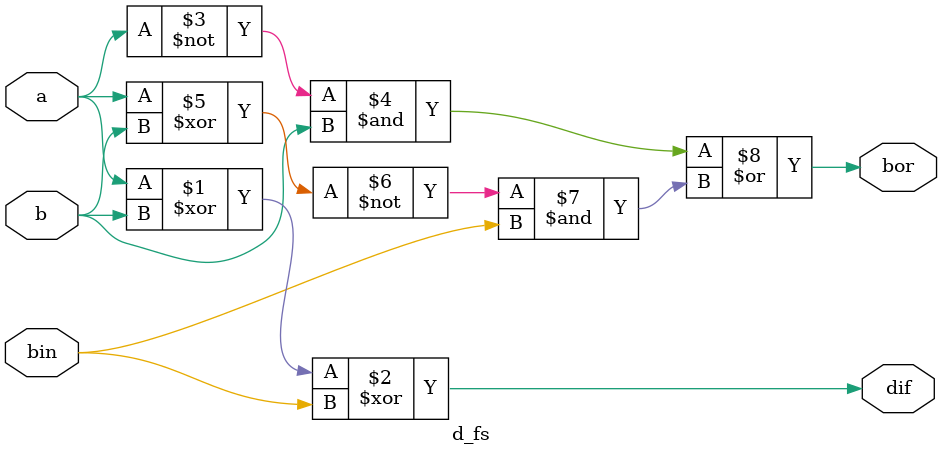
<source format=v>
module d_fs(dif,bor,a,b,bin);
output dif,bor;
input a,b,bin;

assign dif=a^b^bin;
assign bor=(~a&b)|(~(a^b)&bin);

endmodule


</source>
